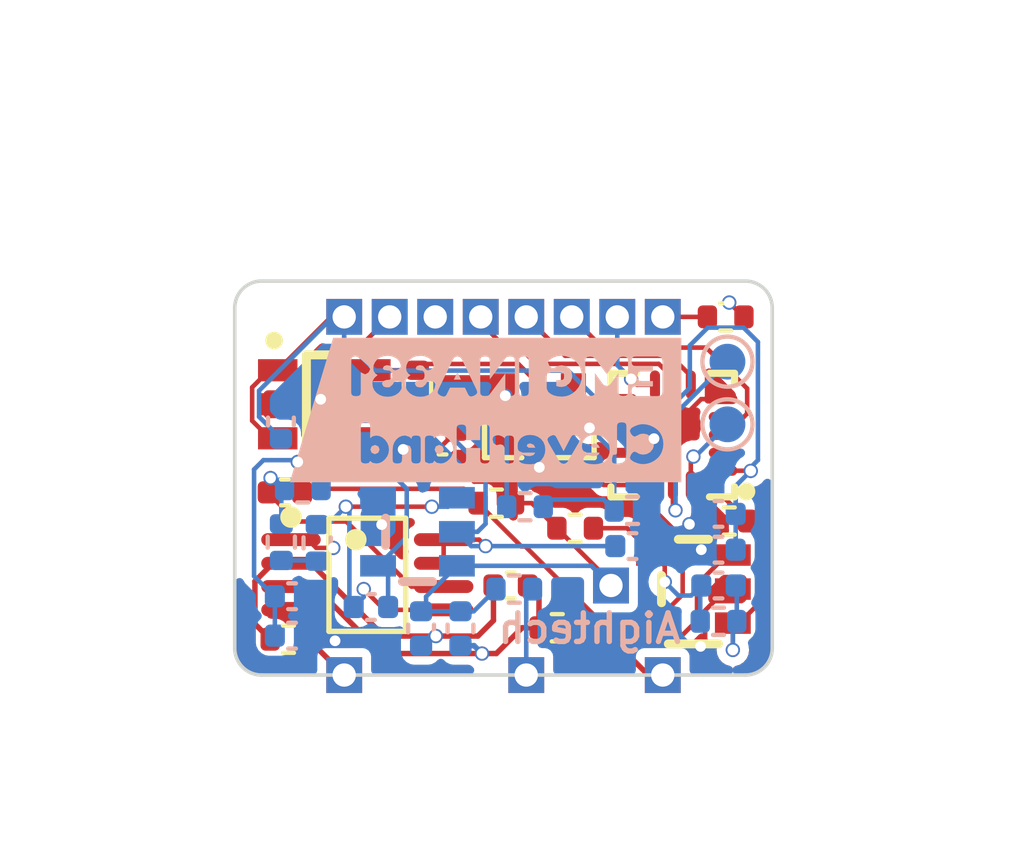
<source format=kicad_pcb>
(kicad_pcb (version 20240108) (generator "pcbnew") (generator_version "8.0")
  (title_block (title "EMG ADS1293") (date "2024-03-30") (rev "1.0") (company "Aightech"))
  (layers (0 "F.Cu" signal "Front") (1 "In1.Cu" signal) (2 "In2.Cu" signal) (31 "B.Cu" signal "Back") (34 "B.Paste" user) (35 "F.Paste" user) (36 "B.SilkS" user "B.Silkscreen") (37 "F.SilkS" user "F.Silkscreen") (38 "B.Mask" user) (39 "F.Mask" user) (44 "Edge.Cuts" user))
  (net 0 "")
  (net 1 "GND")
  (net 2 "+3.3V")
  (net 3 "+3.3VA")
  (net 4 "/extRef")
  (net 5 "/POCI")
  (net 6 "/PICO")
  (net 7 "/SCLK")
  (net 8 "/CSB")
  (net 9 "Vref")
  (net 10 "Net-(U2--IN)")
  (net 11 "Net-(U4-+IN)")
  (net 12 "Net-(U4--IN)")
  (net 14 "Net-(U5-R)")
  (net 15 "/IN+")
  (net 16 "/IN-")
  (net 17 "/REF")
  (net 18 "/OUT_INA")
  (net 19 "/OUT1")
  (net 20 "/PROB-")
  (net 21 "/PROB+")
  (net 26 "/ADC2")
  (net 29 "Net-(J11-Pin_1)")
  (net 30 "Net-(U1-RG)")
  (footprint "Resistor_SMD:R_0402_1005Metric" (layer "F.Cu") (at 36.3 32.7 180)
    (property "Reference" "R12" (hide yes))
    (property "Value" "1k" (hide yes))
    (pad "1" smd roundrect (at -0.51 0 180) (size 0.54 0.64) (layers "F.Cu" "F.Paste" "F.Mask") (net 19 "/OUT1"))
    (pad "2" smd roundrect (at 0.51 0 180) (size 0.54 0.64) (layers "F.Cu" "F.Paste" "F.Mask") (net 1 "GND"))
  )
  (footprint "00_custom-footprints:PinHeader_1x01_P1.27mm_Vertical" (layer "F.Cu") (at 29.365 27)
    (property "Reference" "J4" (hide yes))
    (property "Value" "Conn_01x01_Pin" (hide yes))
    (pad "1" thru_hole rect (at 0 0) (size 1 1) (drill 0.65) (layers "*.Cu" "*.Mask") (net 5 "/POCI"))
  )
  (footprint "Resistor_SMD:R_0402_1005Metric" (layer "F.Cu") (at 24 36 180)
    (property "Reference" "R4" (hide yes))
    (property "Value" "4k" (hide yes))
    (pad "1" smd roundrect (at -0.509999 0 180) (size 0.54 0.64) (layers "F.Cu" "F.Paste" "F.Mask") (net 21 "/PROB+"))
    (pad "2" smd roundrect (at 0.509999 0 180) (size 0.54 0.64) (layers "F.Cu" "F.Paste" "F.Mask") (net 15 "/IN+"))
  )
  (footprint "00_custom-footprints:PinHeader_1x01_P1.27mm_Vertical" (layer "F.Cu") (at 31.905 27)
    (property "Reference" "J6" (hide yes))
    (property "Value" "Conn_01x01_Pin" (hide yes))
    (pad "1" thru_hole rect (at 0 0) (size 1 1) (drill 0.65) (layers "*.Cu" "*.Mask") (net 7 "/SCLK"))
  )
  (footprint "00_lcsc:SOT-23-3_L2.9-W1.3-P1.90-LS2.4-BR" (layer "F.Cu") (at 31 30.2 90)
    (property "Reference" "U5" (hide yes))
    (property "Value" "CJ432" (hide yes))
    (pad "1" smd rect (at 1 0.95 90) (size 1.25 0.7) (layers "F.Cu" "F.Paste" "F.Mask") (net 14 "Net-(U5-R)"))
    (pad "2" smd rect (at 1 -0.95 90) (size 1.25 0.7) (layers "F.Cu" "F.Paste" "F.Mask") (net 9 "Vref"))
    (pad "3" smd rect (at -1 0 90) (size 1.25 0.7) (layers "F.Cu" "F.Paste" "F.Mask") (net 1 "GND"))
  )
  (footprint "00_custom-footprints:PinHeader_1x01_P1.27mm_Vertical" (layer "F.Cu") (at 25.555 27)
    (property "Reference" "J1" (hide yes))
    (property "Value" "Conn_01x01_Pin" (hide yes))
    (pad "1" thru_hole rect (at 0 0) (size 1 1) (drill 0.65) (layers "*.Cu" "*.Mask") (net 2 "+3.3V"))
  )
  (footprint "Capacitor_SMD:C_0402_1005Metric" (layer "F.Cu") (at 23.9 31.9)
    (property "Reference" "C10" (hide yes))
    (property "Value" "1uF" (hide yes))
    (pad "1" smd roundrect (at -0.48 0) (size 0.56 0.62) (layers "F.Cu" "F.Paste" "F.Mask") (net 18 "/OUT_INA"))
    (pad "2" smd roundrect (at 0.48 0) (size 0.56 0.62) (layers "F.Cu" "F.Paste" "F.Mask") (net 11 "Net-(U4-+IN)"))
  )
  (footprint "Resistor_SMD:R_0402_1005Metric" (layer "F.Cu") (at 32 32.9)
    (property "Reference" "R10" (hide yes))
    (property "Value" "1k" (hide yes))
    (pad "1" smd roundrect (at -0.51 0) (size 0.54 0.64) (layers "F.Cu" "F.Paste" "F.Mask") (net 9 "Vref"))
    (pad "2" smd roundrect (at 0.51 0) (size 0.54 0.64) (layers "F.Cu" "F.Paste" "F.Mask") (net 12 "Net-(U4--IN)"))
  )
  (footprint "00_custom-footprints:PinHeader_1x01_P1.27mm_Vertical" (layer "F.Cu") (at 33 34.5)
    (property "Reference" "J12" (hide yes))
    (property "Value" "Conn_01x01_Pin" (hide yes))
    (pad "1" thru_hole rect (at 0 0) (size 1 1) (drill 0.65) (layers "*.Cu" "*.Mask") (net 9 "Vref"))
  )
  (footprint "Capacitor_SMD:C_0402_1005Metric" (layer "F.Cu") (at 28.3 31.2 180)
    (property "Reference" "C1" (hide yes))
    (property "Value" "10uF" (hide yes))
    (pad "1" smd roundrect (at -0.48 0 180) (size 0.56 0.62) (layers "F.Cu" "F.Paste" "F.Mask") (net 9 "Vref"))
    (pad "2" smd roundrect (at 0.48 0 180) (size 0.56 0.62) (layers "F.Cu" "F.Paste" "F.Mask") (net 1 "GND"))
  )
  (footprint "Resistor_SMD:R_0402_1005Metric" (layer "F.Cu") (at 36.2 27)
    (property "Reference" "R14" (hide yes))
    (property "Value" "0" (hide yes))
    (pad "1" smd roundrect (at -0.51 0) (size 0.54 0.64) (layers "F.Cu" "F.Paste" "F.Mask") (net 4 "/extRef"))
    (pad "2" smd roundrect (at 0.51 0) (size 0.54 0.64) (layers "F.Cu" "F.Paste" "F.Mask") (net 9 "Vref"))
  )
  (footprint "00_lcsc:SOT-23-5_L2.9-W1.6-P0.95-LS2.8-BR" (layer "F.Cu") (at 35.3 34.6)
    (property "Reference" "U4" (hide yes))
    (property "Value" "OPA333" (hide yes))
    (pad "1" smd rect (at 1.1 0.95 90) (size 0.6 1) (layers "F.Cu" "F.Paste" "F.Mask") (net 19 "/OUT1"))
    (pad "2" smd rect (at 1.1 0 90) (size 0.6 1) (layers "F.Cu" "F.Paste" "F.Mask") (net 1 "GND"))
    (pad "3" smd rect (at 1.1 -0.95 90) (size 0.6 1) (layers "F.Cu" "F.Paste" "F.Mask") (net 11 "Net-(U4-+IN)"))
    (pad "4" smd rect (at -1.1 -0.95 90) (size 0.6 1) (layers "F.Cu" "F.Paste" "F.Mask") (net 12 "Net-(U4--IN)"))
    (pad "5" smd rect (at -1.1 0.95 90) (size 0.6 1) (layers "F.Cu" "F.Paste" "F.Mask") (net 3 "+3.3VA"))
  )
  (footprint "00_custom-footprints:PinHeader_1x01_P1.27mm_Vertical" (layer "F.Cu") (at 26.825 27)
    (property "Reference" "J2" (hide yes))
    (property "Value" "Conn_01x01_Pin" (hide yes))
    (pad "1" thru_hole rect (at 0 0) (size 1 1) (drill 0.65) (layers "*.Cu" "*.Mask") (net 1 "GND"))
  )
  (footprint "00_custom-footprints:PinHeader_1x01_P1.27mm_Vertical" (layer "F.Cu") (at 33.175 27 180)
    (property "Reference" "J7" (hide yes))
    (property "Value" "Conn_01x01_Pin" (hide yes))
    (pad "1" thru_hole rect (at 0 0 180) (size 1 1) (drill 0.65) (layers "*.Cu" "*.Mask") (net 8 "/CSB"))
  )
  (footprint "00_custom-footprints:PinHeader_1x01_P1.27mm_Vertical" (layer "F.Cu") (at 30.635 37)
    (property "Reference" "J11" (hide yes))
    (property "Value" "Conn_01x01_Pin" (hide yes))
    (pad "1" thru_hole rect (at 0 0) (size 1 1) (drill 0.65) (property pad_prop_castellated) (layers "*.Cu" "*.Mask") (net 29 "Net-(J11-Pin_1)"))
  )
  (footprint "Resistor_SMD:R_0402_1005Metric" (layer "F.Cu") (at 27.6 29 -90)
    (property "Reference" "R3" (hide yes))
    (property "Value" "330" (hide yes))
    (pad "1" smd roundrect (at -0.51 0 270) (size 0.54 0.64) (layers "F.Cu" "F.Paste" "F.Mask") (net 3 "+3.3VA"))
    (pad "2" smd roundrect (at 0.51 0 270) (size 0.54 0.64) (layers "F.Cu" "F.Paste" "F.Mask") (net 9 "Vref"))
  )
  (footprint "Resistor_SMD:R_0402_1005Metric" (layer "F.Cu") (at 31.500413 35.679354 180)
    (property "Reference" "R5" (hide yes))
    (property "Value" "4k" (hide yes))
    (pad "1" smd roundrect (at -0.51 0 180) (size 0.54 0.64) (layers "F.Cu" "F.Paste" "F.Mask") (net 20 "/PROB-"))
    (pad "2" smd roundrect (at 0.51 0 180) (size 0.54 0.64) (layers "F.Cu" "F.Paste" "F.Mask") (net 16 "/IN-"))
  )
  (footprint "00_custom-footprints:PinHeader_1x01_P1.27mm_Vertical" (layer "F.Cu") (at 28.095 27)
    (property "Reference" "J3" (hide yes))
    (property "Value" "Conn_01x01_Pin" (hide yes))
    (pad "1" thru_hole rect (at 0 0) (size 1 1) (drill 0.65) (layers "*.Cu" "*.Mask"))
  )
  (footprint "00_custom-footprints:PinHeader_1x01_P1.27mm_Vertical" (layer "F.Cu") (at 34.445 37)
    (property "Reference" "J9" (hide yes))
    (property "Value" "Conn_01x01_Pin" (hide yes))
    (pad "1" thru_hole rect (at 0 0) (size 1 1) (drill 0.65) (property pad_prop_castellated) (layers "*.Cu" "*.Mask") (net 20 "/PROB-"))
  )
  (footprint "00_lcsc:LGA-16_L3.0-W3.0-P0.50-TL" (layer "F.Cu") (at 34.7275 30.295 180)
    (property "Reference" "U6" (hide yes))
    (property "Value" "LIS3DHTR" (hide yes))
    (pad "1" smd oval (at -1.4 -1 180) (size 0.8 0.28) (layers "F.Cu" "F.Paste" "F.Mask") (net 2 "+3.3V"))
    (pad "2" smd oval (at -1.4 -0.5 180) (size 0.8 0.28) (layers "F.Cu" "F.Paste" "F.Mask"))
    (pad "3" smd oval (at -1.4 0 180) (size 0.8 0.28) (layers "F.Cu" "F.Paste" "F.Mask"))
    (pad "4" smd oval (at -1.4 0.5 180) (size 0.8 0.28) (layers "F.Cu" "F.Paste" "F.Mask") (net 7 "/SCLK"))
    (pad "5" smd oval (at -1.4 1 180) (size 0.8 0.28) (layers "F.Cu" "F.Paste" "F.Mask") (net 1 "GND"))
    (pad "6" smd oval (at -0.5 1.4 180) (size 0.28 0.8) (layers "F.Cu" "F.Paste" "F.Mask") (net 6 "/PICO"))
    (pad "7" smd oval (at 0 1.4 180) (size 0.28 0.8) (layers "F.Cu" "F.Paste" "F.Mask") (net 5 "/POCI"))
    (pad "8" smd oval (at 0.5 1.4 180) (size 0.28 0.8) (layers "F.Cu" "F.Paste" "F.Mask") (net 8 "/CSB"))
    (pad "9" smd oval (at 1.4 1 180) (size 0.8 0.28) (layers "F.Cu" "F.Paste" "F.Mask"))
    (pad "10" smd oval (at 1.4 0.5 180) (size 0.8 0.28) (layers "F.Cu" "F.Paste" "F.Mask") (net 1 "GND"))
    (pad "11" smd oval (at 1.4 0 180) (size 0.8 0.28) (layers "F.Cu" "F.Paste" "F.Mask"))
    (pad "12" smd oval (at 1.4 -0.5 180) (size 0.8 0.28) (layers "F.Cu" "F.Paste" "F.Mask") (net 1 "GND"))
    (pad "13" smd oval (at 1.4 -1 180) (size 0.8 0.28) (layers "F.Cu" "F.Paste" "F.Mask"))
    (pad "14" smd oval (at 0.5 -1.4 180) (size 0.28 0.8) (layers "F.Cu" "F.Paste" "F.Mask") (net 3 "+3.3VA"))
    (pad "15" smd oval (at 0 -1.4 180) (size 0.28 0.8) (layers "F.Cu" "F.Paste" "F.Mask") (net 26 "/ADC2"))
    (pad "16" smd oval (at -0.5 -1.4 180) (size 0.28 0.8) (layers "F.Cu" "F.Paste" "F.Mask") (net 19 "/OUT1"))
  )
  (footprint "00_lcsc:VSSOP-8_L3.0-W3.0-P0.65-LS5.0-BL" (layer "F.Cu") (at 26.2 34.2 -90)
    (property "Reference" "U1" (hide yes))
    (property "Value" "INA331IDGKR" (hide yes))
    (pad "1" smd oval (at -0.98 2.13 270) (size 0.36 1.66) (layers "F.Cu" "F.Paste" "F.Mask") (net 30 "Net-(U1-RG)"))
    (pad "2" smd oval (at -0.32 2.13 270) (size 0.36 1.66) (layers "F.Cu" "F.Paste" "F.Mask") (net 15 "/IN+"))
    (pad "3" smd oval (at 0.33 2.13 270) (size 0.36 1.66) (layers "F.Cu" "F.Paste" "F.Mask") (net 16 "/IN-"))
    (pad "4" smd oval (at 0.98 2.13 270) (size 0.36 1.66) (layers "F.Cu" "F.Paste" "F.Mask") (net 1 "GND"))
    (pad "5" smd oval (at 0.98 -2.13 270) (size 0.36 1.66) (layers "F.Cu" "F.Paste" "F.Mask") (net 17 "/REF"))
    (pad "6" smd oval (at 0.33 -2.13 270) (size 0.36 1.66) (layers "F.Cu" "F.Paste" "F.Mask") (net 18 "/OUT_INA"))
    (pad "7" smd oval (at -0.32 -2.13 270) (size 0.36 1.66) (layers "F.Cu" "F.Paste" "F.Mask") (net 3 "+3.3VA"))
    (pad "8" smd oval (at -0.98 -2.13 270) (size 0.36 1.66) (layers "F.Cu" "F.Paste" "F.Mask") (net 3 "+3.3VA"))
  )
  (footprint "Capacitor_SMD:C_0402_1005Metric" (layer "F.Cu") (at 30.2 34.5)
    (property "Reference" "C3" (hide yes))
    (property "Value" "10nF" (hide yes))
    (pad "1" smd roundrect (at -0.48 0) (size 0.56 0.62) (layers "F.Cu" "F.Paste" "F.Mask") (net 15 "/IN+"))
    (pad "2" smd roundrect (at 0.48 0) (size 0.56 0.62) (layers "F.Cu" "F.Paste" "F.Mask") (net 16 "/IN-"))
  )
  (footprint "00_lcsc:SOT-25-5_L2.9-W1.6-P0.95-LS2.8-BL" (layer "F.Cu") (at 25 29.4402 -90)
    (property "Reference" "U3" (hide yes))
    (property "Value" "AP2112K-3.3TRG1" (hide yes))
    (pad "1" smd rect (at -0.95 1.3 270) (size 0.62 1.1) (layers "F.Cu" "F.Paste" "F.Mask") (net 2 "+3.3V"))
    (pad "2" smd rect (at 0 1.3 270) (size 0.62 1.1) (layers "F.Cu" "F.Paste" "F.Mask") (net 1 "GND"))
    (pad "3" smd rect (at 0.95 1.3 270) (size 0.62 1.1) (layers "F.Cu" "F.Paste" "F.Mask") (net 2 "+3.3V"))
    (pad "4" smd rect (at 0.95 -1.3 270) (size 0.62 1.1) (layers "F.Cu" "F.Paste" "F.Mask"))
    (pad "5" smd rect (at -0.95 -1.3 270) (size 0.62 1.1) (layers "F.Cu" "F.Paste" "F.Mask") (net 3 "+3.3VA"))
  )
  (footprint "Resistor_SMD:R_0402_1005Metric" (layer "F.Cu") (at 29.8 32.2)
    (property "Reference" "R9" (hide yes))
    (property "Value" "1M" (hide yes))
    (pad "1" smd roundrect (at -0.51 0) (size 0.54 0.64) (layers "F.Cu" "F.Paste" "F.Mask") (net 11 "Net-(U4-+IN)"))
    (pad "2" smd roundrect (at 0.51 0) (size 0.54 0.64) (layers "F.Cu" "F.Paste" "F.Mask") (net 9 "Vref"))
  )
  (footprint "00_custom-footprints:PinHeader_1x01_P1.27mm_Vertical" (layer "F.Cu") (at 25.555 37)
    (property "Reference" "J10" (hide yes))
    (property "Value" "Conn_01x01_Pin" (hide yes))
    (pad "1" thru_hole rect (at 0 0) (size 1 1) (drill 0.65) (property pad_prop_castellated) (layers "*.Cu" "*.Mask") (net 21 "/PROB+"))
  )
  (footprint "00_custom-footprints:PinHeader_1x01_P1.27mm_Vertical" (layer "F.Cu") (at 30.635 27)
    (property "Reference" "J5" (hide yes))
    (property "Value" "Conn_01x01_Pin" (hide yes))
    (pad "1" thru_hole rect (at 0 0) (size 1 1) (drill 0.65) (layers "*.Cu" "*.Mask") (net 6 "/PICO"))
  )
  (footprint "00_custom-footprints:PinHeader_1x01_P1.27mm_Vertical" (layer "F.Cu") (at 34.445 27)
    (property "Reference" "J8" (hide yes))
    (property "Value" "Conn_01x01_Pin" (hide yes))
    (pad "1" thru_hole rect (at 0 0) (size 1 1) (drill 0.65) (layers "*.Cu" "*.Mask") (net 4 "/extRef"))
  )
  (footprint "Capacitor_SMD:C_0402_1005Metric" (layer "F.Cu") (at 28.7 29.7 -90)
    (property "Reference" "C2" (hide yes))
    (property "Value" "100nF" (hide yes))
    (pad "1" smd roundrect (at -0.48 0 270) (size 0.56 0.62) (layers "F.Cu" "F.Paste" "F.Mask") (net 9 "Vref"))
    (pad "2" smd roundrect (at 0.48 0 270) (size 0.56 0.62) (layers "F.Cu" "F.Paste" "F.Mask") (net 1 "GND"))
  )
  (footprint "Resistor_SMD:R_0402_1005Metric" (layer "B.Cu") (at 30.3 34.6 180)
    (property "Reference" "R13" (hide yes))
    (property "Value" "0" (hide yes))
    (pad "1" smd roundrect (at -0.51 0 180) (size 0.54 0.64) (layers "B.Cu" "B.Paste" "B.Mask") (net 29 "Net-(J11-Pin_1)"))
    (pad "2" smd roundrect (at 0.51 0 180) (size 0.54 0.64) (layers "B.Cu" "B.Paste" "B.Mask") (net 9 "Vref"))
  )
  (footprint "Capacitor_SMD:C_0402_1005Metric" (layer "B.Cu") (at 24.9 30.4 90)
    (property "Reference" "C11" (hide yes))
    (property "Value" "1uF" (hide yes))
    (pad "1" smd roundrect (at -0.48 0 90) (size 0.56 0.62) (layers "B.Cu" "B.Paste" "B.Mask") (net 3 "+3.3VA"))
    (pad "2" smd roundrect (at 0.48 0 90) (size 0.56 0.62) (layers "B.Cu" "B.Paste" "B.Mask") (net 1 "GND"))
  )
  (footprint "Resistor_SMD:R_0402_1005Metric" (layer "B.Cu") (at 24.8 33.31 -90)
    (property "Reference" "R6" (hide yes))
    (property "Value" "10k" (hide yes))
    (pad "1" smd roundrect (at -0.51 0 270) (size 0.54 0.64) (layers "B.Cu" "B.Paste" "B.Mask") (net 17 "/REF"))
    (pad "2" smd roundrect (at 0.51 0 270) (size 0.54 0.64) (layers "B.Cu" "B.Paste" "B.Mask") (net 30 "Net-(U1-RG)"))
  )
  (footprint "Capacitor_SMD:C_0402_1005Metric" (layer "B.Cu") (at 36 32.5 180)
    (property "Reference" "C15" (hide yes))
    (property "Value" "1u" (hide yes))
    (pad "1" smd roundrect (at -0.48 0 180) (size 0.56 0.62) (layers "B.Cu" "B.Paste" "B.Mask") (net 2 "+3.3V"))
    (pad "2" smd roundrect (at 0.48 0 180) (size 0.56 0.62) (layers "B.Cu" "B.Paste" "B.Mask") (net 1 "GND"))
  )
  (footprint "Capacitor_SMD:C_0402_1005Metric" (layer "B.Cu") (at 26.3 35.1)
    (property "Reference" "C8" (hide yes))
    (property "Value" "1uF" (hide yes))
    (pad "1" smd roundrect (at -0.48 0) (size 0.56 0.62) (layers "B.Cu" "B.Paste" "B.Mask") (net 17 "/REF"))
    (pad "2" smd roundrect (at 0.48 0) (size 0.56 0.62) (layers "B.Cu" "B.Paste" "B.Mask") (net 10 "Net-(U2--IN)"))
  )
  (footprint "Capacitor_SMD:C_0402_1005Metric" (layer "B.Cu") (at 36 33.5 180)
    (property "Reference" "C14" (hide yes))
    (property "Value" "100n" (hide yes))
    (pad "1" smd roundrect (at -0.48 0 180) (size 0.56 0.62) (layers "B.Cu" "B.Paste" "B.Mask") (net 2 "+3.3V"))
    (pad "2" smd roundrect (at 0.48 0 180) (size 0.56 0.62) (layers "B.Cu" "B.Paste" "B.Mask") (net 1 "GND"))
  )
  (footprint "Resistor_SMD:R_0402_1005Metric" (layer "B.Cu") (at 24.4 31.8 180)
    (property "Reference" "R8" (hide yes))
    (property "Value" "100k" (hide yes))
    (pad "1" smd roundrect (at -0.51 0 180) (size 0.54 0.64) (layers "B.Cu" "B.Paste" "B.Mask") (net 10 "Net-(U2--IN)"))
    (pad "2" smd roundrect (at 0.51 0 180) (size 0.54 0.64) (layers "B.Cu" "B.Paste" "B.Mask") (net 18 "/OUT_INA"))
  )
  (footprint "Resistor_SMD:R_0402_1005Metric" (layer "B.Cu") (at 30.6 32.3)
    (property "Reference" "R1" (hide yes))
    (property "Value" "2k" (hide yes))
    (pad "1" smd roundrect (at -0.51 0) (size 0.54 0.64) (layers "B.Cu" "B.Paste" "B.Mask") (net 9 "Vref"))
    (pad "2" smd roundrect (at 0.51 0) (size 0.54 0.64) (layers "B.Cu" "B.Paste" "B.Mask") (net 14 "Net-(U5-R)"))
  )
  (footprint "Capacitor_SMD:C_0402_1005Metric" (layer "B.Cu") (at 23.79 29.92 90)
    (property "Reference" "C6" (hide yes))
    (property "Value" "1uF" (hide yes))
    (pad "1" smd roundrect (at -0.48 0 90) (size 0.56 0.62) (layers "B.Cu" "B.Paste" "B.Mask") (net 2 "+3.3V"))
    (pad "2" smd roundrect (at 0.48 0 90) (size 0.56 0.62) (layers "B.Cu" "B.Paste" "B.Mask") (net 1 "GND"))
  )
  (footprint "00_custom-footprints:TestPoint_Pad_D1.0mm" (layer "B.Cu") (at 36.25 30 180)
    (property "Reference" "TP1" (hide yes))
    (property "Value" "TestPoint" (hide yes))
    (pad "1" smd circle (at 0 0 180) (size 1 1) (layers "B.Cu" "B.Mask") (net 19 "/OUT1"))
  )
  (footprint "Capacitor_SMD:C_0402_1005Metric" (layer "B.Cu") (at 36 34.5)
    (property "Reference" "C13" (hide yes))
    (property "Value" "1uF" (hide yes))
    (pad "1" smd roundrect (at -0.48 0) (size 0.56 0.62) (layers "B.Cu" "B.Paste" "B.Mask") (net 12 "Net-(U4--IN)"))
    (pad "2" smd roundrect (at 0.48 0) (size 0.56 0.62) (layers "B.Cu" "B.Paste" "B.Mask") (net 19 "/OUT1"))
  )
  (footprint "kibuzzard-6606B2BA" (layer "B.Cu") (at 29.5 29.6 180)
    (property "Reference" "kibuzzard-6606B2BA" (hide yes))
    (property "Value" "G***" (hide yes))
  )
  (footprint "Capacitor_SMD:C_0402_1005Metric" (layer "B.Cu") (at 24.1 35.9)
    (property "Reference" "C9" (hide yes))
    (property "Value" "100nF" (hide yes))
    (pad "1" smd roundrect (at -0.48 0) (size 0.56 0.62) (layers "B.Cu" "B.Paste" "B.Mask") (net 3 "+3.3VA"))
    (pad "2" smd roundrect (at 0.48 0) (size 0.56 0.62) (layers "B.Cu" "B.Paste" "B.Mask") (net 1 "GND"))
  )
  (footprint "Capacitor_SMD:C_0402_1005Metric" (layer "B.Cu") (at 24.1 34.8 180)
    (property "Reference" "C7" (hide yes))
    (property "Value" "1uF" (hide yes))
    (pad "1" smd roundrect (at -0.48 0 180) (size 0.56 0.62) (layers "B.Cu" "B.Paste" "B.Mask") (net 1 "GND"))
    (pad "2" smd roundrect (at 0.48 0 180) (size 0.56 0.62) (layers "B.Cu" "B.Paste" "B.Mask") (net 3 "+3.3VA"))
  )
  (footprint "00_lcsc:SOT-23-5_L2.9-W1.6-P0.95-LS2.8-BR" (layer "B.Cu") (at 27.6 33)
    (property "Reference" "U2" (hide yes))
    (property "Value" "OPA333" (hide yes))
    (pad "1" smd rect (at 1.1 -0.95 270) (size 0.6 1) (layers "B.Cu" "B.Paste" "B.Mask") (net 17 "/REF"))
    (pad "2" smd rect (at 1.1 0 270) (size 0.6 1) (layers "B.Cu" "B.Paste" "B.Mask") (net 3 "+3.3VA"))
    (pad "3" smd rect (at 1.1 0.95 270) (size 0.6 1) (layers "B.Cu" "B.Paste" "B.Mask") (net 9 "Vref"))
    (pad "4" smd rect (at -1.1 0.95 270) (size 0.6 1) (layers "B.Cu" "B.Paste" "B.Mask") (net 10 "Net-(U2--IN)"))
    (pad "5" smd rect (at -1.1 -0.95 270) (size 0.6 1) (layers "B.Cu" "B.Paste" "B.Mask") (net 1 "GND"))
  )
  (footprint "Resistor_SMD:R_0402_1005Metric" (layer "B.Cu") (at 36 35.5)
    (property "Reference" "R11" (hide yes))
    (property "Value" "100k" (hide yes))
    (pad "1" smd roundrect (at -0.51 0) (size 0.54 0.64) (layers "B.Cu" "B.Paste" "B.Mask") (net 12 "Net-(U4--IN)"))
    (pad "2" smd roundrect (at 0.51 0) (size 0.54 0.64) (layers "B.Cu" "B.Paste" "B.Mask") (net 19 "/OUT1"))
  )
  (footprint "Capacitor_SMD:C_0402_1005Metric" (layer "B.Cu") (at 27.7 35.7 90)
    (property "Reference" "C4" (hide yes))
    (property "Value" "100pF" (hide yes))
    (pad "1" smd roundrect (at -0.48 0 90) (size 0.56 0.62) (layers "B.Cu" "B.Paste" "B.Mask") (net 15 "/IN+"))
    (pad "2" smd roundrect (at 0.48 0 90) (size 0.56 0.62) (layers "B.Cu" "B.Paste" "B.Mask") (net 9 "Vref"))
  )
  (footprint "Capacitor_SMD:C_0402_1005Metric" (layer "B.Cu") (at 28.8 35.7 -90)
    (property "Reference" "C5" (hide yes))
    (property "Value" "100pF" (hide yes))
    (pad "1" smd roundrect (at -0.48 0 270) (size 0.56 0.62) (layers "B.Cu" "B.Paste" "B.Mask") (net 9 "Vref"))
    (pad "2" smd roundrect (at 0.48 0 270) (size 0.56 0.62) (layers "B.Cu" "B.Paste" "B.Mask") (net 16 "/IN-"))
  )
  (footprint "Resistor_SMD:R_0402_1005Metric" (layer "B.Cu") (at 23.8 33.29 90)
    (property "Reference" "R7" (hide yes))
    (property "Value" "10k" (hide yes))
    (pad "1" smd roundrect (at -0.51 0 90) (size 0.54 0.64) (layers "B.Cu" "B.Paste" "B.Mask") (net 30 "Net-(U1-RG)"))
    (pad "2" smd roundrect (at 0.51 0 90) (size 0.54 0.64) (layers "B.Cu" "B.Paste" "B.Mask") (net 18 "/OUT_INA"))
  )
  (footprint "Resistor_SMD:R_0402_1005Metric" (layer "B.Cu") (at 33.6 32.4)
    (property "Reference" "R2" (hide yes))
    (property "Value" "10k" (hide yes))
    (pad "1" smd roundrect (at -0.51 0) (size 0.54 0.64) (layers "B.Cu" "B.Paste" "B.Mask") (net 14 "Net-(U5-R)"))
    (pad "2" smd roundrect (at 0.51 0) (size 0.54 0.64) (layers "B.Cu" "B.Paste" "B.Mask") (net 1 "GND"))
  )
  (footprint "00_custom-footprints:TestPoint_Pad_D1.0mm" (layer "B.Cu") (at 36.25 28.25 180)
    (property "Reference" "TP2" (hide yes))
    (property "Value" "TestPoint" (hide yes))
    (pad "1" smd circle (at 0 0 180) (size 1 1) (layers "B.Cu" "B.Mask") (net 26 "/ADC2"))
  )
  (footprint "Capacitor_SMD:C_0402_1005Metric" (layer "B.Cu") (at 33.6 33.4)
    (property "Reference" "C12" (hide yes))
    (property "Value" "100nF" (hide yes))
    (pad "1" smd roundrect (at -0.48 0) (size 0.56 0.62) (layers "B.Cu" "B.Paste" "B.Mask") (net 3 "+3.3VA"))
    (pad "2" smd roundrect (at 0.48 0) (size 0.56 0.62) (layers "B.Cu" "B.Paste" "B.Mask") (net 1 "GND"))
  )
  (gr_arc (start 36.75 26) (mid 37.28033 26.21967) (end 37.5 26.75) (stroke (width 0.1)) (layer "Edge.Cuts"))
  (gr_arc (start 22.5 26.750001) (mid 22.71967 26.21967) (end 23.25 26.000001) (stroke (width 0.1)) (layer "Edge.Cuts"))
  (gr_line (start 37.5 36.249999) (end 37.5 26.75) (stroke (width 0.1)) (layer "Edge.Cuts"))
  (gr_line (start 36.75 26) (end 23.25 26.000001) (stroke (width 0.1)) (layer "Edge.Cuts"))
  (gr_arc (start 23.25 37) (mid 22.71967 36.78033) (end 22.5 36.25) (stroke (width 0.1)) (layer "Edge.Cuts"))
  (gr_arc (start 37.5 36.249999) (mid 37.28033 36.78033) (end 36.75 36.999999) (stroke (width 0.1)) (layer "Edge.Cuts"))
  (gr_line (start 23.25 37) (end 36.75 36.999999) (stroke (width 0.1)) (layer "Edge.Cuts"))
  (gr_line (start 22.5 36.25) (end 22.5 26.750001) (stroke (width 0.1)) (layer "Edge.Cuts"))
  (gr_text "Aightech" (at 32.4 35.7 0) (layer "B.SilkS") (effects (font (size 0.8 0.8)) (justify mirror)))
  (segment (start 27.82 31.2) (end 27.82 31.06) (width 0.127) (layer "F.Cu") (net 1))
  (segment (start 23.9598 29.4402) (end 23.7 29.4402) (width 0.127) (layer "F.Cu") (net 1))
  (segment (start 33.9 30.4) (end 33.9 30.4695) (width 0.127) (layer "F.Cu") (net 1))
  (segment (start 33.5745 29.795) (end 33.9 30.1205) (width 0.127) (layer "F.Cu") (net 1))
  (segment (start 33.3275 29.795) (end 33.5745 29.795) (width 0.127) (layer "F.Cu") (net 1))
  (segment (start 24.9 29.3) (end 23.8402 29.3) (width 0.127) (layer "F.Cu") (net 1))
  (segment (start 25.925 27.9) (end 25.5 27.9) (width 0.127) (layer "F.Cu") (net 1))
  (segment (start 35.627 35.196) (end 35.627 36.073) (width 0.127) (layer "F.Cu") (net 1))
  (segment (start 25.5 27.9) (end 23.9598 29.4402) (width 0.127) (layer "F.Cu") (net 1))
  (segment (start 33.9 30.4695) (end 33.5745 30.795) (width 0.127) (layer "F.Cu") (net 1))
  (segment (start 35.18891 32.78891) (end 35.701091 32.78891) (width 0.127) (layer "F.Cu") (net 1))
  (segment (start 34.2 30.4) (end 34.411714 30.4) (width 0.127) (layer "F.Cu") (net 1))
  (segment (start 36.223 34.6) (end 35.627 35.196) (width 0.127) (layer "F.Cu") (net 1))
  (segment (start 33.9 30.1205) (end 33.9 30.4) (width 0.127) (layer "F.Cu") (net 1))
  (segment (start 33.5745 30.795) (end 33.3275 30.795) (width 0.127) (layer "F.Cu") (net 1))
  (segment (start 35.701091 32.78891) (end 35.790001 32.7) (width 0.127) (layer "F.Cu") (net 1))
  (segment (start 26.825 27) (end 25.925 27.9) (width 0.127) (layer "F.Cu") (net 1))
  (segment (start 23.8402 29.3) (end 23.7 29.4402) (width 0.127) (layer "F.Cu") (net 1))
  (segment (start 34.411714 30.4) (end 35.516714 29.295) (width 0.127) (layer "F.Cu") (net 1))
  (segment (start 33.9 30.4) (end 34.2 30.4) (width 0.127) (layer "F.Cu") (net 1))
  (segment (start 25.3 36.044117) (end 24.435883 35.18) (width 0.127) (layer "F.Cu") (net 1))
  (segment (start 35.627 36.073) (end 35.5 36.2) (width 0.127) (layer "F.Cu") (net 1))
  (segment (start 24.435883 35.18) (end 24.07 35.18) (width 0.127) (layer "F.Cu") (net 1))
  (segment (start 35.516714 29.295) (end 36.1275 29.295) (width 0.127) (layer "F.Cu") (net 1))
  (segment (start 27.82 31.06) (end 28.7 30.18) (width 0.127) (layer "F.Cu") (net 1))
  (segment (start 36.4 34.6) (end 36.223 34.6) (width 0.127) (layer "F.Cu") (net 1))
  (via (at 27.2 30.7) (size 0.4) (drill 0.3) (layers "F.Cu" "B.Cu") (net 1))
  (via (at 35.5 36.2) (size 0.4) (drill 0.3) (layers "F.Cu" "B.Cu") (net 1))
  (via (at 34.2 30.4) (size 0.4) (drill 0.3) (layers "F.Cu" "B.Cu") (net 1))
  (via (at 35.18891 32.78891) (size 0.4) (drill 0.3) (layers "F.Cu" "B.Cu") (net 1))
  (via (at 25.3 36.044117) (size 0.4) (drill 0.3) (layers "F.Cu" "B.Cu") (net 1))
  (via (at 35.52 33.5) (size 0.4) (drill 0.3) (layers "F.Cu" "B.Cu") (net 1))
  (via (at 26.6 32.8) (size 0.4) (drill 0.3) (layers "F.Cu" "B.Cu") (net 1))
  (via (at 24.9 29.3) (size 0.4) (drill 0.3) (layers "F.Cu" "B.Cu") (net 1))
  (via (at 31 31.2) (size 0.4) (drill 0.3) (layers "F.Cu" "B.Cu") (net 1))
  (segment (start 24.724117 36.044117) (end 24.58 35.9) (width 0.127) (layer "B.Cu") (net 1))
  (segment (start 35.23109 32.78891) (end 35.52 32.5) (width 0.127) (layer "B.Cu") (net 1))
  (segment (start 35.18891 32.78891) (end 35.23109 32.78891) (width 0.127) (layer "B.Cu") (net 1))
  (segment (start 35.209999 33.5) (end 35.52 33.5) (width 0.127) (layer "B.Cu") (net 1))
  (segment (start 34.109999 30.490001) (end 34.109999 32.4) (width 0.127) (layer "B.Cu") (net 1))
  (segment (start 24.9 29.92) (end 24.9 29.3) (width 0.127) (layer "B.Cu") (net 1))
  (segment (start 26.5 32.7) (end 26.6 32.8) (width 0.127) (layer "B.Cu") (net 1))
  (segment (start 25.3 36.044117) (end 24.724117 36.044117) (width 0.127) (layer "B.Cu") (net 1))
  (segment (start 34.2 30.4) (end 34.109999 30.490001) (width 0.127) (layer "B.Cu") (net 1))
  (segment (start 26.5 32.05) (end 26.5 32.7) (width 0.127) (layer "B.Cu") (net 1))
  (segment (start 34.18 33.5) (end 34.08 33.4) (width 0.127) (layer "B.Cu") (net 1))
  (segment (start 24.58 35.9) (end 24.58 34.8) (width 0.127) (layer "B.Cu") (net 1))
  (segment (start 34.109999 32.4) (end 35.209999 33.5) (width 0.127) (layer "B.Cu") (net 1))
  (segment (start 35.52 33.5) (end 34.18 33.5) (width 0.127) (layer "B.Cu") (net 1))
  (segment (start 36.895 31.295) (end 36.1275 31.295) (width 0.127) (layer "F.Cu") (net 2))
  (segment (start 22.9865 28.9667) (end 22.9865 29.9) (width 0.127) (layer "F.Cu") (net 2))
  (segment (start 25.555 27) (end 25.1902 27) (width 0.127) (layer "F.Cu") (net 2))
  (segment (start 25.1902 27) (end 23.7 28.4902) (width 0.127) (layer "F.Cu") (net 2))
  (segment (start 36.9 31.3) (end 36.895 31.295) (width 0.127) (layer "F.Cu") (net 2))
  (segment (start 23.7 28.4902) (end 23.463 28.4902) (width 0.127) (layer "F.Cu") (net 2))
  (segment (start 23.463 28.4902) (end 22.9865 28.9667) (width 0.127) (layer "F.Cu") (net 2))
  (segment (start 22.9865 29.9) (end 23.4767 30.3902) (width 0.127) (layer "F.Cu") (net 2))
  (segment (start 23.4767 30.3902) (end 23.7 30.3902) (width 0.127) (layer "F.Cu") (net 2))
  (via (at 36.9 31.3) (size 0.4) (drill 0.3) (layers "F.Cu" "B.Cu") (net 2))
  (segment (start 36.9135 31.1865) (end 37.1 31) (width 0.127) (layer "B.Cu") (net 2))
  (segment (start 26.4148 28.5) (end 31.8 28.5) (width 0.127) (layer "B.Cu") (net 2))
  (segment (start 37.1 31) (end 37.1 27.7) (width 0.127) (layer "B.Cu") (net 2))
  (segment (start 25.555 27.5933) (end 25.555 27.6402) (width 0.127) (layer "B.Cu") (net 2))
  (segment (start 35.2 27.8) (end 35.2 28.981669) (width 0.127) (layer "B.Cu") (net 2))
  (segment (start 25.555 27.6402) (end 25.555 27) (width 0.127) (layer "B.Cu") (net 2))
  (segment (start 36.48 32.5) (end 36.48 31.72) (width 0.127) (layer "B.Cu") (net 2))
  (segment (start 36.48 33.5) (end 36.48 32.5) (width 0.127) (layer "B.Cu") (net 2))
  (segment (start 25.555 27) (end 25.555 27.5933) (width 0.127) (layer "B.Cu") (net 2))
  (segment (start 31.8 28.5) (end 32.735 29.435) (width 0.127) (layer "B.Cu") (net 2))
  (segment (start 36.7 27.3) (end 35.7 27.3) (width 0.127) (layer "B.Cu") (net 2))
  (segment (start 25.555 27) (end 25.3975 26.8425) (width 0.127) (layer "B.Cu") (net 2))
  (segment (start 23.18 29.79) (end 23.79 30.4) (width 0.127) (layer "B.Cu") (net 2))
  (segment (start 32.735 29.435) (end 34.746669 29.435) (width 0.127) (layer "B.Cu") (net 2))
  (segment (start 25.3975 26.8425) (end 23.18 29.06) (width 0.127) (layer "B.Cu") (net 2))
  (segment (start 37.1 27.7) (end 36.7 27.3) (width 0.127) (layer "B.Cu") (net 2))
  (segment (start 35.2 28.981669) (end 34.746669 29.435) (width 0.127) (layer "B.Cu") (net 2))
  (segment (start 36.9 31.3) (end 36.9135 31.2865) (width 0.127) (layer "B.Cu") (net 2))
  (segment (start 23.18 29.06) (end 23.18 29.79) (width 0.127) (layer "B.Cu") (net 2))
  (segment (start 25.555 27.6402) (end 26.4148 28.5) (width 0.127) (layer "B.Cu") (net 2))
  (segment (start 35.7 27.3) (end 35.2 27.8) (width 0.127) (layer "B.Cu") (net 2))
  (segment (start 36.9135 31.2865) (end 36.9135 31.1865) (width 0.127) (layer "B.Cu") (net 2))
  (segment (start 36.48 31.72) (end 36.9 31.3) (width 0.127) (layer "B.Cu") (net 2))
  (segment (start 35 34.75) (end 35 33.184778) (width 0.127) (layer "F.Cu") (net 3))
  (segment (start 28.33 33.22) (end 29.32 33.22) (width 0.127) (layer "F.Cu") (net 3))
  (segment (start 29.32 33.22) (end 29.5 33.4) (width 0.127) (layer "F.Cu") (net 3))
  (segment (start 27.6 28.49) (end 27.7761 28.3139) (width 0.127) (layer "F.Cu") (net 3))
  (segment (start 28.33 33.22) (end 28.33 33.88) (width 0.127) (layer "F.Cu") (net 3))
  (segment (start 34.2275 31.695) (end 34.2275 31.4241) (width 0.127) (layer "F.Cu") (net 3))
  (segment (start 30.4139 28.3139) (end 31 28.9) (width 0.127) (layer "F.Cu") (net 3))
  (segment (start 27.7761 28.3139) (end 30.4139 28.3139) (width 0.127) (layer "F.Cu") (net 3))
  (segment (start 35 33.184778) (end 34.2275 32.412278) (width 0.127) (layer "F.Cu") (net 3))
  (segment (start 34.2275 32.412278) (end 34.2275 31.695) (width 0.127) (layer "F.Cu") (net 3))
  (segment (start 31 28.9) (end 31 29.9) (width 0.127) (layer "F.Cu") (net 3))
  (segment (start 34.2 35.55) (end 35 34.75) (width 0.127) (layer "F.Cu") (net 3))
  (segment (start 32.795 31.695) (end 34.2275 31.695) (width 0.127) (layer "F.Cu") (net 3))
  (segment (start 24.2586 31.05) (end 26.3 29.0086) (width 0.127) (layer "F.Cu") (net 3))
  (segment (start 26.3 29.0086) (end 26.3 28.4902) (width 0.127) (layer "F.Cu") (net 3))
  (segment (start 27.5998 28.4902) (end 27.6 28.49) (width 0.127) (layer "F.Cu") (net 3))
  (segment (start 31 29.9) (end 32.795 31.695) (width 0.127) (layer "F.Cu") (net 3))
  (segment (start 26.3 28.4902) (end 27.5998 28.4902) (width 0.127) (layer "F.Cu") (net 3))
  (via (at 29.5 33.4) (size 0.4) (drill 0.3) (layers "F.Cu" "B.Cu") (net 3))
  (via (at 24.2586 31.05) (size 0.4) (drill 0.3) (layers "F.Cu" "B.Cu") (net 3))
  (segment (start 24.2586 31.05) (end 24.4286 30.88) (width 0.127) (layer "B.Cu") (net 3))
  (segment (start 25.88 29.9) (end 24.9 30.88) (width 0.127) (layer "B.Cu") (net 3))
  (segment (start 29.5 32.777) (end 29.5 31.3) (width 0.127) (layer "B.Cu") (net 3))
  (segment (start 23.62 35.9) (end 23.62 34.8) (width 0.127) (layer "B.Cu") (net 3))
  (segment (start 29.277 33) (end 29.5 32.777) (width 0.127) (layer "B.Cu") (net 3))
  (segment (start 24.2586 31.05) (end 24.2086 31) (width 0.127) (layer "B.Cu") (net 3))
  (segment (start 28.699999 33) (end 29.099999 33.4) (width 0.127) (layer "B.Cu") (net 3))
  (segment (start 29.099999 33.4) (end 33.12 33.4) (width 0.127) (layer "B.Cu") (net 3))
  (segment (start 23.04 31.26) (end 23.04 34.24) (width 0.127) (layer "B.Cu") (net 3))
  (segment (start 23.04 34.24) (end 23.6 34.8) (width 0.127) (layer "B.Cu") (net 3))
  (segment (start 23.3 31) (end 23.04 31.26) (width 0.127) (layer "B.Cu") (net 3))
  (segment (start 28.1 29.9) (end 25.88 29.9) (width 0.127) (layer "B.Cu") (net 3))
  (segment (start 24.2086 31) (end 23.3 31) (width 0.127) (layer "B.Cu") (net 3))
  (segment (start 28.699999 33) (end 29.277 33) (width 0.127) (layer "B.Cu") (net 3))
  (segment (start 24.4286 30.88) (end 24.9 30.88) (width 0.127) (layer "B.Cu") (net 3))
  (segment (start 29.5 31.3) (end 28.1 29.9) (width 0.127) (layer "B.Cu") (net 3))
  (segment (start 23.6 34.8) (end 23.62 34.8) (width 0.127) (layer "B.Cu") (net 3))
  (segment (start 35.69 27) (end 34.445 27) (width 0.127) (layer "F.Cu") (net 4))
  (segment (start 29.365 27.165) (end 29.365 27) (width 0.127) (layer "F.Cu") (net 5))
  (segment (start 30.9115 28.3115) (end 30.5 27.9) (width 0.127) (layer "F.Cu") (net 5))
  (segment (start 34.7275 28.895001) (end 34.7275 28.705786) (width 0.127) (layer "F.Cu") (net 5))
  (segment (start 30.5 27.9) (end 30.1 27.9) (width 0.127) (layer "F.Cu") (net 5))
  (segment (start 34.333214 28.3115) (end 30.9115 28.3115) (width 0.127) (layer "F.Cu") (net 5))
  (segment (start 30.1 27.9) (end 29.365 27.165) (width 0.127) (layer "F.Cu") (net 5))
  (segment (start 34.7275 28.705786) (end 34.333214 28.3115) (width 0.127) (layer "F.Cu") (net 5))
  (segment (start 31.7195 28.0845) (end 30.635 27) (width 0.127) (layer "F.Cu") (net 6))
  (segment (start 35.2275 28.648) (end 34.664 28.0845) (width 0.127) (layer "F.Cu") (net 6))
  (segment (start 34.664 28.0845) (end 31.7195 28.0845) (width 0.127) (layer "F.Cu") (net 6))
  (segment (start 35.2275 28.895) (end 35.2275 28.648) (width 0.127) (layer "F.Cu") (net 6))
  (segment (start 36.8 29) (end 35.6575 27.8575) (width 0.127) (layer "F.Cu") (net 7))
  (segment (start 32.7625 27.8575) (end 31.905 27) (width 0.127) (layer "F.Cu") (net 7))
  (segment (start 36.1275 29.795) (end 36.705 29.795) (width 0.127) (layer "F.Cu") (net 7))
  (segment (start 35.6575 27.8575) (end 32.7625 27.8575) (width 0.127) (layer "F.Cu") (net 7))
  (segment (start 36.8 29.7) (end 36.8 29) (width 0.127) (layer "F.Cu") (net 7))
  (segment (start 36.705 29.795) (end 36.8 29.7) (width 0.127) (layer "F.Cu") (net 7))
  (segment (start 33.725 28.895) (end 34.2275 28.895) (width 0.127) (layer "F.Cu") (net 8))
  (segment (start 33.56 28.73) (end 33.725 28.895) (width 0.127) (layer "F.Cu") (net 8))
  (via (at 33.56 28.73) (size 0.4) (drill 0.3) (layers "F.Cu" "B.Cu") (net 8))
  (segment (start 33.175 28.345) (end 33.175 27) (width 0.127) (layer "B.Cu") (net 8))
  (segment (start 33.56 28.73) (end 33.175 28.345) (width 0.127) (layer "B.Cu") (net 8))
  (segment (start 29.18 31.6) (end 29.71 31.6) (width 0.127) (layer "F.Cu") (net 9))
  (segment (start 30.31 32.2) (end 30.79 32.2) (width 0.127) (layer "F.Cu") (net 9))
  (segment (start 36.71 27) (end 36.7 27) (width 0.127) (layer "F.Cu") (net 9))
  (segment (start 33 34.41) (end 31.49 32.9) (width 0.127) (layer "F.Cu") (net 9))
  (segment (start 36.7 27) (end 36.3 26.6) (width 0.127) (layer "F.Cu") (net 9))
  (segment (start 29.71 31.6) (end 30.31 32.2) (width 0.127) (layer "F.Cu") (net 9))
  (segment (start 28.78 31.2) (end 29.18 31.6) (width 0.127) (layer "F.Cu") (net 9))
  (segment (start 30.79 32.2) (end 31.49 32.9) (width 0.127) (layer "F.Cu") (net 9))
  (segment (start 33 34.5) (end 33 34.41) (width 0.127) (layer "F.Cu") (net 9))
  (segment (start 28.41 29.51) (end 28.7 29.22) (width 0.127) (layer "F.Cu") (net 9))
  (segment (start 28.94 29.2) (end 28.92 29.22) (width 0.127) (layer "F.Cu") (net 9))
  (segment (start 28.2124 29.51) (end 28.41 29.51) (width 0.127) (layer "F.Cu") (net 9))
  (segment (start 28.92 29.22) (end 28.7 29.22) (width 0.127) (layer "F.Cu") (net 9))
  (segment (start 30.05 29.2) (end 28.94 29.2) (width 0.127) (layer "F.Cu") (net 9))
  (segment (start 27.6 29.51) (end 28.2124 29.51) (width 0.127) (layer "F.Cu") (net 9))
  (via (at 30.05 29.2) (size 0.4) (drill 0.3) (layers "F.Cu" "B.Cu") (net 9))
  (via (at 36.3 26.6) (size 0.4) (drill 0.3) (layers "F.Cu" "B.Cu") (net 9))
  (segment (start 30.09 29.24) (end 30.09 32.3) (width 0.127) (layer "B.Cu") (net 9))
  (segment (start 28.8 35.22) (end 29.17 35.22) (width 0.127) (layer "B.Cu") (net 9))
  (segment (start 28.8 35.22) (end 27.7 35.22) (width 0.127) (layer "B.Cu") (net 9))
  (segment (start 29.17 35.22) (end 29.79 34.6) (width 0.127) (layer "B.Cu") (net 9))
  (segment (start 28.7 33.95) (end 32.45 33.95) (width 0.127) (layer "B.Cu") (net 9))
  (segment (start 27.84 35.08) (end 27.84 34.81) (width 0.127) (layer "B.Cu") (net 9))
  (segment (start 27.7 35.22) (end 27.84 35.08) (width 0.127) (layer "B.Cu") (net 9))
  (segment (start 27.84 34.81) (end 28.7 33.95) (width 0.127) (layer "B.Cu") (net 9))
  (segment (start 30.05 29.2) (end 30.09 29.24) (width 0.127) (layer "B.Cu") (net 9))
  (segment (start 32.45 33.95) (end 33 34.5) (width 0.127) (layer "B.Cu") (net 9))
  (segment (start 27.3 31.8) (end 27.3 33.15) (width 0.127) (layer "B.Cu") (net 10))
  (segment (start 24.909999 31.8) (end 25.209999 31.5) (width 0.127) (layer "B.Cu") (net 10))
  (segment (start 27 31.5) (end 27.3 31.8) (width 0.127) (layer "B.Cu") (net 10))
  (segment (start 26.78 34.23) (end 26.5 33.95) (width 0.127) (layer "B.Cu") (net 10))
  (segment (start 25.209999 31.5) (end 27 31.5) (width 0.127) (layer "B.Cu") (net 10))
  (segment (start 27.3 33.15) (end 26.5 33.95) (width 0.127) (layer "B.Cu") (net 10))
  (segment (start 24.909999 31.8) (end 24.909999 31.809999) (width 0.127) (layer "B.Cu") (net 10))
  (segment (start 26.78 35.1) (end 26.78 34.23) (width 0.127) (layer "B.Cu") (net 10))
  (segment (start 36.223 33.65) (end 36.4 33.65) (width 0.127) (layer "F.Cu") (net 11))
  (segment (start 35.4 34.473) (end 36.223 33.65) (width 0.127) (layer "F.Cu") (net 11))
  (segment (start 28.89 31.8) (end 29.29 32.2) (width 0.127) (layer "F.Cu") (net 11))
  (segment (start 33.3 36.1) (end 34.777 36.1) (width 0.127) (layer "F.Cu") (net 11))
  (segment (start 34.777 36.1) (end 35.4 35.477) (width 0.127) (layer "F.Cu") (net 11))
  (segment (start 24.48 31.8) (end 28.89 31.8) (width 0.127) (layer "F.Cu") (net 11))
  (segment (start 35.4 35.477) (end 35.4 34.473) (width 0.127) (layer "F.Cu") (net 11))
  (segment (start 24.38 31.9) (end 24.48 31.8) (width 0.127) (layer "F.Cu") (net 11))
  (segment (start 30.609068 33.409068) (end 33.3 36.1) (width 0.127) (layer "F.Cu") (net 11))
  (segment (start 30.499068 33.409068) (end 30.609068 33.409068) (width 0.127) (layer "F.Cu") (net 11))
  (segment (start 29.29 32.2) (end 30.499068 33.409068) (width 0.127) (layer "F.Cu") (net 11))
  (segment (start 33.45 32.9) (end 32.51 32.9) (width 0.127) (layer "F.Cu") (net 12))
  (segment (start 34.5 33.95) (end 34.2 33.65) (width 0.127) (layer "F.Cu") (net 12))
  (segment (start 34.5 34.4) (end 34.5 33.95) (width 0.127) (layer "F.Cu") (net 12))
  (segment (start 34.2 33.65) (end 33.45 32.9) (width 0.127) (layer "F.Cu") (net 12))
  (via (at 34.5 34.4) (size 0.4) (drill 0.3) (layers "F.Cu" "B.Cu") (net 12))
  (segment (start 34.88 34.78) (end 35.24 34.78) (width 0.127) (layer "B.Cu") (net 12))
  (segment (start 35.24 34.78) (end 35.52 34.5) (width 0.127) (layer "B.Cu") (net 12))
  (segment (start 35.49 35.5) (end 35.49 34.53) (width 0.127) (layer "B.Cu") (net 12))
  (segment (start 35.49 34.53) (end 35.52 34.5) (width 0.127) (layer "B.Cu") (net 12))
  (segment (start 34.5 34.4) (end 34.88 34.78) (width 0.127) (layer "B.Cu") (net 12))
  (segment (start 32.4 30.1) (end 31.95 29.65) (width 0.127) (layer "F.Cu") (net 14))
  (segment (start 31.95 29.65) (end 31.95 29.2) (width 0.127) (layer "F.Cu") (net 14))
  (via (at 32.4 30.1) (size 0.4) (drill 0.3) (layers "F.Cu" "B.Cu") (net 14))
  (segment (start 31.31 32.1) (end 31.11 32.3) (width 0.127) (layer "B.Cu") (net 14))
  (segment (start 33.090001 32.4) (end 32.790001 32.1) (width 0.127) (layer "B.Cu") (net 14))
  (segment (start 32.4 30.1) (end 33.090001 30.790001) (width 0.127) (layer "B.Cu") (net 14))
  (segment (start 33.090001 30.790001) (end 33.090001 32.4) (width 0.127) (layer "B.Cu") (net 14))
  (segment (start 32.790001 32.1) (end 31.31 32.1) (width 0.127) (layer "B.Cu") (net 14))
  (segment (start 23.490001 36) (end 23.0638 35.573799) (width 0.1524) (layer "F.Cu") (net 15))
  (segment (start 24.07 33.88) (end 24.626872 33.88) (width 0.1524) (layer "F.Cu") (net 15))
  (segment (start 23.0638 35.573799) (end 23.0638 34.382457) (width 0.1524) (layer "F.Cu") (net 15))
  (segment (start 23.0638 34.382457) (end 23.566257 33.88) (width 0.1524) (layer "F.Cu") (net 15))
  (segment (start 26.658906 35.912034) (end 28.112034 35.912034) (width 0.1524) (layer "F.Cu") (net 15))
  (segment (start 23.566257 33.88) (end 24.07 33.88) (width 0.1524) (layer "F.Cu") (net 15))
  (segment (start 29.72 35.477262) (end 29.285228 35.912034) (width 0.1524) (layer "F.Cu") (net 15))
  (segment (start 29.285228 35.912034) (end 28.112034 35.912034) (width 0.1524) (layer "F.Cu") (net 15))
  (segment (start 29.72 34.5) (end 29.72 35.477262) (width 0.1524) (layer "F.Cu") (net 15))
  (segment (start 24.626872 33.88) (end 26.658906 35.912034) (width 0.1524) (layer "F.Cu") (net 15))
  (via (at 28.112034 35.912034) (size 0.4) (drill 0.3) (layers "F.Cu" "B.Cu") (net 15))
  (segment (start 27.967966 35.912034) (end 27.7 36.18) (width 0.1524) (layer "B.Cu") (net 15))
  (segment (start 28.112034 35.912034) (end 27.967966 35.912034) (width 0.1524) (layer "B.Cu") (net 15))
  (segment (start 30.990413 34.810413) (end 30.68 34.5) (width 0.1524) (layer "F.Cu") (net 16))
  (segment (start 30.520646 35.679354) (end 30.990413 35.679354) (width 0.1524) (layer "F.Cu") (net 16))
  (segment (start 24.73 34.53) (end 24.07 34.53) (width 0.1524) (layer "F.Cu") (net 16))
  (segment (start 29.4 36.4) (end 29.8 36.4) (width 0.1524) (layer "F.Cu") (net 16))
  (segment (start 29.8 36.4) (end 30.520646 35.679354) (width 0.1524) (layer "F.Cu") (net 16))
  (segment (start 30.990413 35.679354) (end 30.990413 34.810413) (width 0.1524) (layer "F.Cu") (net 16))
  (segment (start 29.4 36.4) (end 26.6 36.4) (width 0.1524) (layer "F.Cu") (net 16))
  (segment (start 26.6 36.4) (end 24.73 34.53) (width 0.1524) (layer "F.Cu") (net 16))
  (via (at 29.4 36.4) (size 0.4) (drill 0.3) (layers "F.Cu" "B.Cu") (net 16))
  (segment (start 29.18 36.18) (end 28.8 36.18) (width 0.1524) (layer "B.Cu") (net 16))
  (segment (start 29.4 36.4) (end 29.18 36.18) (width 0.1524) (layer "B.Cu") (net 16))
  (segment (start 26.1 34.6) (end 26.68 35.18) (width 0.127) (layer "F.Cu") (net 17))
  (segment (start 25.6 32.3) (end 28 32.3) (width 0.127) (layer "F.Cu") (net 17))
  (segment (start 26.68 35.18) (end 28.33 35.18) (width 0.127) (layer "F.Cu") (net 17))
  (via (at 26.1 34.6) (size 0.4) (drill 0.3) (layers "F.Cu" "B.Cu") (net 17))
  (via (at 25.6 32.3) (size 0.4) (drill 0.3) (layers "F.Cu" "B.Cu") (net 17))
  (via (at 28 32.3) (size 0.4) (drill 0.3) (layers "F.Cu" "B.Cu") (net 17))
  (segment (start 25.099999 32.800001) (end 24.8 32.800001) (width 0.127) (layer "B.Cu") (net 17))
  (segment (start 25.7 34.98) (end 25.82 35.1) (width 0.127) (layer "B.Cu") (net 17))
  (segment (start 25.6 32.3) (end 25.099999 32.800001) (width 0.127) (layer "B.Cu") (net 17))
  (segment (start 25.7 32.4) (end 25.7 34.98) (width 0.127) (layer "B.Cu") (net 17))
  (segment (start 26.1 34.82) (end 25.82 35.1) (width 0.127) (layer "B.Cu") (net 17))
  (segment (start 28 32.3) (end 28.45 32.3) (width 0.127) (layer "B.Cu") (net 17))
  (segment (start 26.1 34.6) (end 26.1 34.82) (width 0.127) (layer "B.Cu") (net 17))
  (segment (start 25.6 32.3) (end 25.7 32.4) (width 0.127) (layer "B.Cu") (net 17))
  (segment (start 28.45 32.3) (end 28.7 32.05) (width 0.127) (layer "B.Cu") (net 17))
  (segment (start 23.5 31.5) (end 23.5 31.82) (width 0.127) (layer "F.Cu") (net 18))
  (segment (start 27.43 34.53) (end 28.33 34.53) (width 0.127) (layer "F.Cu") (net 18))
  (segment (start 25.6135 32.7135) (end 27.43 34.53) (width 0.127) (layer "F.Cu") (net 18))
  (segment (start 23.42 31.9) (end 24.2335 32.7135) (width 0.127) (layer "F.Cu") (net 18))
  (segment (start 23.5 31.82) (end 23.42 31.9) (width 0.127) (layer "F.Cu") (net 18))
  (segment (start 24.2335 32.7135) (end 25.6135 32.7135) (width 0.127) (layer "F.Cu") (net 18))
  (via (at 23.5 31.5) (size 0.4) (drill 0.3) (layers "F.Cu" "B.Cu") (net 18))
  (segment (start 23.8 31.890001) (end 23.890001 31.8) (width 0.127) (layer "B.Cu") (net 18))
  (segment (start 23.890001 31.8) (end 23.8 31.8) (width 0.127) (layer "B.Cu") (net 18))
  (segment (start 23.8 32.780001) (end 23.8 31.890001) (width 0.127) (layer "B.Cu") (net 18))
  (segment (start 23.8 31.8) (end 23.5 31.5) (width 0.127) (layer "B.Cu") (net 18))
  (segment (start 37.1 32.990001) (end 36.809999 32.7) (width 0.127) (layer "F.Cu") (net 19))
  (segment (start 35.804999 31.695) (end 35.2275 31.695) (width 0.127) (layer "F.Cu") (net 19))
  (segment (start 35.2275 31.695) (end 35.2275 30.9725) (width 0.127) (layer "F.Cu") (net 19))
  (segment (start 36.4 35.55) (end 36.577 35.55) (width 0.127) (layer "F.Cu") (net 19))
  (segment (start 37.1 35.027) (end 37.1 32.990001) (width 0.127) (layer "F.Cu") (net 19))
  (segment (start 36.577 35.55) (end 37.1 35.027) (width 0.127) (layer "F.Cu") (net 19))
  (segment (start 35.2275 30.9725) (end 35.3 30.9) (width 0.127) (layer "F.Cu") (net 19))
  (segment (start 36.4 36.3) (end 36.4 35.55) (width 0.127) (layer "F.Cu") (net 19))
  (segment (start 36.809999 32.7) (end 35.804999 31.695) (width 0.127) (layer "F.Cu") (net 19))
  (via (at 36.4 36.3) (size 0.4) (drill 0.3) (layers "F.Cu" "B.Cu") (net 19))
  (via (at 35.3 30.9) (size 0.4) (drill 0.3) (layers "F.Cu" "B.Cu") (net 19))
  (segment (start 35.35 30.9) (end 36.25 30) (width 0.127) (layer "B.Cu") (net 19))
  (segment (start 36.51 34.53) (end 36.48 34.5) (width 0.127) (layer "B.Cu") (net 19))
  (segment (start 35.3 30.9) (end 35.35 30.9) (width 0.127) (layer "B.Cu") (net 19))
  (segment (start 36.4 36.3) (end 36.4 35.61) (width 0.127) (layer "B.Cu") (net 19))
  (segment (start 36.51 35.5) (end 36.51 34.53) (width 0.127) (layer "B.Cu") (net 19))
  (segment (start 36.4 35.61) (end 36.51 35.5) (width 0.127) (layer "B.Cu") (net 19))
  (segment (start 33.953799 36.913799) (end 34.445 36.913799) (width 0.1524) (layer "F.Cu") (net 20))
  (segment (start 32.010413 35.679354) (end 32.851059 36.52) (width 0.1524) (layer "F.Cu") (net 20))
  (segment (start 32.851059 36.52) (end 33.56 36.52) (width 0.1524) (layer "F.Cu") (net 20))
  (segment (start 33.56 36.52) (end 33.953799 36.913799) (width 0.1524) (layer "F.Cu") (net 20))
  (segment (start 24.509999 36) (end 24.555 36) (width 0.1524) (layer "F.Cu") (net 21))
  (segment (start 24.555 36) (end 25.555 37) (width 0.1524) (layer "F.Cu") (net 21))
  (segment (start 34.7275 32.3275) (end 34.8 32.4) (width 0.127) (layer "F.Cu") (net 26))
  (segment (start 34.7275 31.694999) (end 34.7275 32.3275) (width 0.127) (layer "F.Cu") (net 26))
  (via (at 34.8 32.4) (size 0.4) (drill 0.3) (layers "F.Cu" "B.Cu") (net 26))
  (segment (start 35.426999 29.073001) (end 36.25 28.25) (width 0.127) (layer "B.Cu") (net 26))
  (segment (start 34.8 32.4) (end 34.8 29.702695) (width 0.127) (layer "B.Cu") (net 26))
  (segment (start 35.426999 29.075696) (end 35.426999 29.073001) (width 0.127) (layer "B.Cu") (net 26))
  (segment (start 34.8 29.702695) (end 35.426999 29.075696) (width 0.127) (layer "B.Cu") (net 26))
  (segment (start 30.81 34.6) (end 30.635 34.775) (width 0.127) (layer "B.Cu") (net 29))
  (segment (start 30.635 34.775) (end 30.635 36.926499) (width 0.127) (layer "B.Cu") (net 29))
  (segment (start 25.25 33.45) (end 24.775782 33.45) (width 0.127) (layer "F.Cu") (net 30))
  (segment (start 24.545782 33.22) (end 24.07 33.22) (width 0.127) (layer "F.Cu") (net 30))
  (segment (start 24.775782 33.45) (end 24.545782 33.22) (width 0.127) (layer "F.Cu") (net 30))
  (via (at 25.25 33.45) (size 0.4) (drill 0.3) (layers "F.Cu" "B.Cu") (net 30))
  (segment (start 24.880001 33.819999) (end 24.8 33.819999) (width 0.127) (layer "B.Cu") (net 30))
  (segment (start 24.78 33.799999) (end 24.8 33.819999) (width 0.127) (layer "B.Cu") (net 30))
  (segment (start 25.25 33.45) (end 24.880001 33.819999) (width 0.127) (layer "B.Cu") (net 30))
  (segment (start 23.8 33.799999) (end 24.78 33.799999) (width 0.127) (layer "B.Cu") (net 30))
  (zone (net 9) (net_name "Vref") (layer "F.Cu") (priority 1) (connect_pads thru_hole_only (clearance 0.25)) (min_thickness 0.25) (fill yes (thermal_gap 0.5) (thermal_bridge_width 0.5))
    (polygon (pts (xy 26.9 28.6) (xy 30.4 28.6) (xy 30.4 34.6) (xy 28.6 34.6) (xy 26.9 30.6)))
  )
  (zone (net 1) (net_name "GND") (layers "F.Cu" "In1.Cu" "In2.Cu" "B.Cu") (connect_pads thru_hole_only (clearance 0.25)) (min_thickness 0.25) (fill yes (thermal_gap 0.5) (thermal_bridge_width 0.5))
    (polygon (pts (xy 22.5 26) (xy 37.5 26) (xy 37.5 37) (xy 22.5 37)))
  )
)
</source>
